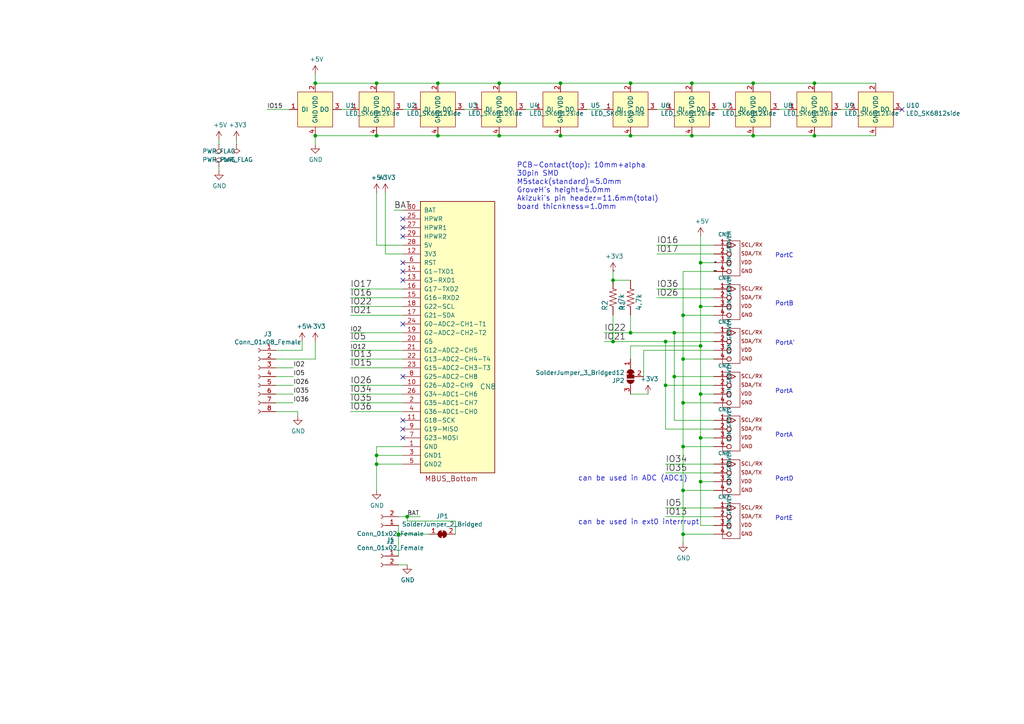
<source format=kicad_sch>
(kicad_sch (version 20211123) (generator eeschema)
  (paper "A4")
  (lib_symbols
    (symbol "Connector:Conn_01x02_Female" (pin_names (offset 1.016) hide)
      (property "Reference" "J" (at 0 2.54 0))
      (property "Value" "Conn_01x02_Female" (at 0 -5.08 0))
      (symbol "Conn_01x02_Female_1_1"
        (arc (start 0 -2.032) (mid -0.508 -2.54) (end 0 -3.048) (stroke (width 0.1524)))
        (polyline (pts (xy -1.27 -2.54) (xy -0.508 -2.54)) (stroke (width 0.1524)))
        (polyline (pts (xy -1.27 0) (xy -0.508 0)) (stroke (width 0.1524)))
        (arc (start 0 0.508) (mid -0.508 0) (end 0 -0.508) (stroke (width 0.1524)))
        (pin passive line (at -5.08 0 0) (length 3.81) (name "Pin_1") (number "1"))
        (pin passive line (at -5.08 -2.54 0) (length 3.81) (name "Pin_2") (number "2"))
      )
    )
    (symbol "Connector:Conn_01x08_Female" (pin_names (offset 1.016) hide)
      (property "Reference" "J" (at 0 10.16 0))
      (property "Value" "Conn_01x08_Female" (at 0 -12.7 0))
      (symbol "Conn_01x08_Female_1_1"
        (arc (start 0 -9.652) (mid -0.508 -10.16) (end 0 -10.668) (stroke (width 0.1524)))
        (arc (start 0 -7.112) (mid -0.508 -7.62) (end 0 -8.128) (stroke (width 0.1524)))
        (arc (start 0 -4.572) (mid -0.508 -5.08) (end 0 -5.588) (stroke (width 0.1524)))
        (arc (start 0 -2.032) (mid -0.508 -2.54) (end 0 -3.048) (stroke (width 0.1524)))
        (polyline (pts (xy -1.27 -10.16) (xy -0.508 -10.16)) (stroke (width 0.1524)))
        (polyline (pts (xy -1.27 -7.62) (xy -0.508 -7.62)) (stroke (width 0.1524)))
        (polyline (pts (xy -1.27 -5.08) (xy -0.508 -5.08)) (stroke (width 0.1524)))
        (polyline (pts (xy -1.27 -2.54) (xy -0.508 -2.54)) (stroke (width 0.1524)))
        (polyline (pts (xy -1.27 0) (xy -0.508 0)) (stroke (width 0.1524)))
        (polyline (pts (xy -1.27 2.54) (xy -0.508 2.54)) (stroke (width 0.1524)))
        (polyline (pts (xy -1.27 5.08) (xy -0.508 5.08)) (stroke (width 0.1524)))
        (polyline (pts (xy -1.27 7.62) (xy -0.508 7.62)) (stroke (width 0.1524)))
        (arc (start 0 0.508) (mid -0.508 0) (end 0 -0.508) (stroke (width 0.1524)))
        (arc (start 0 3.048) (mid -0.508 2.54) (end 0 2.032) (stroke (width 0.1524)))
        (arc (start 0 5.588) (mid -0.508 5.08) (end 0 4.572) (stroke (width 0.1524)))
        (arc (start 0 8.128) (mid -0.508 7.62) (end 0 7.112) (stroke (width 0.1524)))
        (pin passive line (at -5.08 7.62 0) (length 3.81) (name "Pin_1") (number "1"))
        (pin passive line (at -5.08 5.08 0) (length 3.81) (name "Pin_2") (number "2"))
        (pin passive line (at -5.08 2.54 0) (length 3.81) (name "Pin_3") (number "3"))
        (pin passive line (at -5.08 0 0) (length 3.81) (name "Pin_4") (number "4"))
        (pin passive line (at -5.08 -2.54 0) (length 3.81) (name "Pin_5") (number "5"))
        (pin passive line (at -5.08 -5.08 0) (length 3.81) (name "Pin_6") (number "6"))
        (pin passive line (at -5.08 -7.62 0) (length 3.81) (name "Pin_7") (number "7"))
        (pin passive line (at -5.08 -10.16 0) (length 3.81) (name "Pin_8") (number "8"))
      )
    )
    (symbol "Jumper:SolderJumper_2_Bridged" (pin_names (offset 0) hide)
      (property "Reference" "JP" (at 0 2.032 0))
      (property "Value" "SolderJumper_2_Bridged" (at 0 -2.54 0))
      (symbol "SolderJumper_2_Bridged_0_1"
        (rectangle (start -0.508 0.508) (end 0.508 -0.508) (fill (type outline)))
        (arc (start -0.254 1.016) (mid -1.27 0) (end -0.254 -1.016))
        (arc (start -0.254 1.016) (mid -1.27 0) (end -0.254 -1.016) (fill (type outline)))
        (polyline (pts (xy -0.254 1.016) (xy -0.254 -1.016)))
        (polyline (pts (xy 0.254 1.016) (xy 0.254 -1.016)))
        (arc (start 0.254 -1.016) (mid 1.27 0) (end 0.254 1.016))
        (arc (start 0.254 -1.016) (mid 1.27 0) (end 0.254 1.016) (fill (type outline)))
      )
      (symbol "SolderJumper_2_Bridged_1_1"
        (pin passive line (at -3.81 0 0) (length 2.54) (name "A") (number "1"))
        (pin passive line (at 3.81 0 180) (length 2.54) (name "B") (number "2"))
      )
    )
    (symbol "Jumper:SolderJumper_3_Bridged12" (pin_names (offset 0) hide)
      (property "Reference" "JP" (at -2.54 -2.54 0))
      (property "Value" "SolderJumper_3_Bridged12" (at 0 2.794 0))
      (symbol "SolderJumper_3_Bridged12_0_1"
        (rectangle (start -1.016 0.508) (end -0.508 -0.508) (fill (type outline)))
        (arc (start -1.016 1.016) (mid -2.032 0) (end -1.016 -1.016))
        (arc (start -1.016 1.016) (mid -2.032 0) (end -1.016 -1.016) (fill (type outline)))
        (rectangle (start -0.508 1.016) (end 0.508 -1.016) (fill (type outline)))
        (polyline (pts (xy -2.54 0) (xy -2.032 0)))
        (polyline (pts (xy -1.016 1.016) (xy -1.016 -1.016)))
        (polyline (pts (xy 0 -1.27) (xy 0 -1.016)))
        (polyline (pts (xy 1.016 1.016) (xy 1.016 -1.016)))
        (polyline (pts (xy 2.54 0) (xy 2.032 0)))
        (arc (start 1.016 -1.016) (mid 2.032 0) (end 1.016 1.016))
        (arc (start 1.016 -1.016) (mid 2.032 0) (end 1.016 1.016) (fill (type outline)))
      )
      (symbol "SolderJumper_3_Bridged12_1_1"
        (pin passive line (at -5.08 0 0) (length 2.54) (name "A") (number "1"))
        (pin input line (at 0 -3.81 90) (length 2.54) (name "C") (number "2"))
        (pin passive line (at 5.08 0 180) (length 2.54) (name "B") (number "3"))
      )
    )
    (symbol "M5Core2BaseLite-rescue:CON_GROVEH-M5GObase_sub-eagle-import-M5GOBaseLite-rescue" (pin_names (offset 1.016))
      (property "Reference" "CN" (at 0 3.81 0))
      (property "Value" "M5Core2BaseLite-rescue_CON_GROVEH-M5GObase_sub-eagle-import-M5GOBaseLite-rescue" (at 3.81 -5.08 90))
      (symbol "CON_GROVEH-M5GObase_sub-eagle-import-M5GOBaseLite-rescue_1_0"
        (polyline (pts (xy 0 -6.35) (xy 0 3.81)))
        (polyline (pts (xy 0 3.81) (xy 5.08 3.81)))
        (polyline (pts (xy 5.08 -6.35) (xy 0 -6.35)))
        (polyline (pts (xy 5.08 3.81) (xy 5.08 -6.35)))
        (text "GND" (at 5.334 -5.588 0) (effects (font (size 1.0668 1.0668)) (justify left bottom)))
        (text "SCL/RX" (at 5.334 2.032 0) (effects (font (size 1.0668 1.0668)) (justify left bottom)))
        (text "SDA/TX" (at 5.334 -0.508 0) (effects (font (size 1.0668 1.0668)) (justify left bottom)))
        (text "VDD" (at 5.334 -3.048 0) (effects (font (size 1.0668 1.0668)) (justify left bottom)))
        (pin bidirectional inverted_clock (at -2.54 2.54 0) (length 5.08) (name "1") (number "1"))
        (pin bidirectional inverted (at -2.54 0 0) (length 5.08) (name "2") (number "2"))
        (pin bidirectional inverted (at -2.54 -2.54 0) (length 5.08) (name "3") (number "3"))
        (pin bidirectional inverted (at -2.54 -5.08 0) (length 5.08) (name "4") (number "4"))
      )
    )
    (symbol "M5Core2BaseLite-rescue:CON_GROVEV-M5GObase_sub-eagle-import-M5GOBaseLite-rescue" (pin_names (offset 1.016))
      (property "Reference" "CN" (at 0 3.81 0))
      (property "Value" "M5Core2BaseLite-rescue_CON_GROVEV-M5GObase_sub-eagle-import-M5GOBaseLite-rescue" (at 3.81 -5.08 90))
      (symbol "CON_GROVEV-M5GObase_sub-eagle-import-M5GOBaseLite-rescue_1_0"
        (polyline (pts (xy 0 -6.35) (xy 0 3.81)))
        (polyline (pts (xy 0 3.81) (xy 5.08 3.81)))
        (polyline (pts (xy 5.08 -6.35) (xy 0 -6.35)))
        (polyline (pts (xy 5.08 3.81) (xy 5.08 -6.35)))
        (text "GND" (at 5.334 -5.588 0) (effects (font (size 1.0668 1.0668)) (justify left bottom)))
        (text "SCL/RX" (at 5.334 2.032 0) (effects (font (size 1.0668 1.0668)) (justify left bottom)))
        (text "SDA/TX" (at 5.334 -0.508 0) (effects (font (size 1.0668 1.0668)) (justify left bottom)))
        (text "VDD" (at 5.334 -3.048 0) (effects (font (size 1.0668 1.0668)) (justify left bottom)))
        (pin bidirectional inverted_clock (at -2.54 2.54 0) (length 5.08) (name "1") (number "1"))
        (pin bidirectional inverted (at -2.54 0 0) (length 5.08) (name "2") (number "2"))
        (pin bidirectional inverted (at -2.54 -2.54 0) (length 5.08) (name "3") (number "3"))
        (pin bidirectional inverted (at -2.54 -5.08 0) (length 5.08) (name "4") (number "4"))
      )
    )
    (symbol "M5Core2BaseLite-rescue:RES0603-M5GObase_sub-eagle-import-M5GOBaseLite-rescue" (pin_names (offset 1.016))
      (property "Reference" "R" (at -3.81 1.4986 0))
      (property "Value" "M5Core2BaseLite-rescue_RES0603-M5GObase_sub-eagle-import-M5GOBaseLite-rescue" (at -3.81 -3.302 0))
      (symbol "RES0603-M5GObase_sub-eagle-import-M5GOBaseLite-rescue_1_0"
        (polyline (pts (xy -2.54 0) (xy -2.159 1.016)))
        (polyline (pts (xy -2.159 1.016) (xy -1.524 -1.016)))
        (polyline (pts (xy -1.524 -1.016) (xy -0.889 1.016)))
        (polyline (pts (xy -0.889 1.016) (xy -0.254 -1.016)))
        (polyline (pts (xy -0.254 -1.016) (xy 0.381 1.016)))
        (polyline (pts (xy 0.381 1.016) (xy 1.016 -1.016)))
        (polyline (pts (xy 1.016 -1.016) (xy 1.651 1.016)))
        (polyline (pts (xy 1.651 1.016) (xy 2.286 -1.016)))
        (polyline (pts (xy 2.286 -1.016) (xy 2.54 0)))
        (pin passive line (at -5.08 0 0) (length 2.54) (name "1") (number "1"))
        (pin passive line (at 5.08 0 180) (length 2.54) (name "2") (number "2"))
      )
    )
    (symbol "akita:LED_SK6812side" (pin_names (offset 1.016))
      (property "Reference" "D" (at 2.54 6.35 0))
      (property "Value" "LED_SK6812side" (at 8.89 -6.35 0))
      (symbol "LED_SK6812side_0_1"
        (rectangle (start -5.08 5.08) (end 5.08 -5.08) (fill (type background)))
      )
      (symbol "LED_SK6812side_1_1"
        (pin input line (at -7.62 0 0) (length 2.54) (name "DI") (number "1"))
        (pin power_in line (at 0 7.62 270) (length 2.54) (name "VDD") (number "2"))
        (pin output line (at 7.62 0 180) (length 2.54) (name "DO") (number "3"))
        (pin power_in line (at 0 -7.62 90) (length 2.54) (name "GND") (number "4"))
      )
    )
    (symbol "akita:MBUS_bottom" (pin_names (offset 1.016))
      (property "Reference" "CN" (at -11.43 35.56 0))
      (symbol "MBUS_bottom_1_0"
        (rectangle (start -11.43 35.56) (end 10.16 -43.18) (stroke (width 0.2032)) (fill (type background)))
        (text "MBUS_Bottom" (at -10.16 -45.72 0) (effects (font (size 1.4986 1.4986)) (justify left bottom)))
        (pin bidirectional line (at -16.51 -35.56 0) (length 5.08) (name "GND") (number "1"))
        (pin bidirectional line (at -16.51 -17.78 0) (length 5.08) (name "G26-AD2-CH9") (number "10"))
        (pin bidirectional line (at -16.51 -27.94 0) (length 5.08) (name "G18-SCK") (number "11"))
        (pin bidirectional line (at -16.51 20.32 0) (length 5.08) (name "3V3") (number "12"))
        (pin bidirectional line (at -16.51 12.7 0) (length 5.08) (name "G3-RXD1") (number "13"))
        (pin bidirectional line (at -16.51 15.24 0) (length 5.08) (name "G1-TXD1") (number "14"))
        (pin bidirectional line (at -16.51 7.62 0) (length 5.08) (name "G16-RXD2") (number "15"))
        (pin bidirectional line (at -16.51 10.16 0) (length 5.08) (name "G17-TXD2") (number "16"))
        (pin bidirectional line (at -16.51 2.54 0) (length 5.08) (name "G21-SDA") (number "17"))
        (pin bidirectional line (at -16.51 5.08 0) (length 5.08) (name "G22-SCL") (number "18"))
        (pin bidirectional line (at -16.51 -2.54 0) (length 5.08) (name "G2-ADC2-CH2-T2") (number "19"))
        (pin bidirectional line (at -16.51 -22.86 0) (length 5.08) (name "G35-ADC1-CH7") (number "2"))
        (pin bidirectional line (at -16.51 -5.08 0) (length 5.08) (name "G5") (number "20"))
        (pin bidirectional line (at -16.51 -7.62 0) (length 5.08) (name "G12-ADC2-CH5") (number "21"))
        (pin bidirectional line (at -16.51 -10.16 0) (length 5.08) (name "G13-ADC2-CH4-T4") (number "22"))
        (pin bidirectional line (at -16.51 -12.7 0) (length 5.08) (name "G15-ADC2-CH3-T3") (number "23"))
        (pin bidirectional line (at -16.51 0 0) (length 5.08) (name "G0-ADC2-CH1-T1") (number "24"))
        (pin bidirectional line (at -16.51 30.48 0) (length 5.08) (name "HPWR") (number "25"))
        (pin bidirectional line (at -16.51 -20.32 0) (length 5.08) (name "G34-ADC1-CH6") (number "26"))
        (pin bidirectional line (at -16.51 27.94 0) (length 5.08) (name "HPWR1") (number "27"))
        (pin bidirectional line (at -16.51 22.86 0) (length 5.08) (name "5V") (number "28"))
        (pin bidirectional line (at -16.51 25.4 0) (length 5.08) (name "HPWR2") (number "29"))
        (pin bidirectional line (at -16.51 -38.1 0) (length 5.08) (name "GND1") (number "3"))
        (pin bidirectional line (at -16.51 33.02 0) (length 5.08) (name "BAT") (number "30"))
        (pin bidirectional line (at -16.51 -25.4 0) (length 5.08) (name "G36-ADC1-CH0") (number "4"))
        (pin bidirectional line (at -16.51 -40.64 0) (length 5.08) (name "GND2") (number "5"))
        (pin bidirectional line (at -16.51 17.78 0) (length 5.08) (name "RST") (number "6"))
        (pin bidirectional line (at -16.51 -33.02 0) (length 5.08) (name "G23-MOSI") (number "7"))
        (pin bidirectional line (at -16.51 -15.24 0) (length 5.08) (name "G25-ADC2-CH8") (number "8"))
        (pin bidirectional line (at -16.51 -30.48 0) (length 5.08) (name "G19-MISO") (number "9"))
      )
    )
    (symbol "power:+3.3V" (power) (pin_names (offset 0))
      (property "Value" "+3.3V" (at 0 3.556 0))
      (symbol "+3.3V_0_1"
        (polyline (pts (xy -0.762 1.27) (xy 0 2.54)))
        (polyline (pts (xy 0 0) (xy 0 2.54)))
        (polyline (pts (xy 0 2.54) (xy 0.762 1.27)))
      )
      (symbol "+3.3V_1_1"
        (pin power_in line (at 0 0 90) (length 0) hide (name "+3V3") (number "1"))
      )
    )
    (symbol "power:+5V" (power) (pin_names (offset 0))
      (property "Value" "+5V" (at 0 3.556 0))
      (symbol "+5V_0_1"
        (polyline (pts (xy -0.762 1.27) (xy 0 2.54)))
        (polyline (pts (xy 0 0) (xy 0 2.54)))
        (polyline (pts (xy 0 2.54) (xy 0.762 1.27)))
      )
      (symbol "+5V_1_1"
        (pin power_in line (at 0 0 90) (length 0) hide (name "+5V") (number "1"))
      )
    )
    (symbol "power:GND" (power) (pin_names (offset 0))
      (property "Value" "GND" (at 0 -3.81 0))
      (symbol "GND_0_1"
        (polyline (pts (xy 0 0) (xy 0 -1.27) (xy 1.27 -1.27) (xy 0 -2.54) (xy -1.27 -1.27) (xy 0 -1.27)))
      )
      (symbol "GND_1_1"
        (pin power_in line (at 0 0 270) (length 0) hide (name "GND") (number "1"))
      )
    )
    (symbol "power:PWR_FLAG" (power) (pin_numbers hide) (pin_names (offset 0) hide)
      (property "Value" "PWR_FLAG" (at 0 3.81 0))
      (symbol "PWR_FLAG_0_0"
        (pin power_out line (at 0 0 90) (length 0) (name "pwr") (number "1"))
      )
      (symbol "PWR_FLAG_0_1"
        (polyline (pts (xy 0 0) (xy 0 1.27) (xy -1.016 1.905) (xy 0 2.54) (xy 1.016 1.905) (xy 0 1.27)))
      )
    )
  )
  (junction (at 236.22 39.37))
  (junction (at 195.58 96.52))
  (junction (at 193.04 99.06))
  (junction (at 203.2 76.2))
  (junction (at 203.2 139.7))
  (junction (at 198.12 91.44))
  (junction (at 198.12 142.24))
  (junction (at 182.88 96.52))
  (junction (at 162.56 39.37))
  (junction (at 200.66 39.37))
  (junction (at 115.57 154.94))
  (junction (at 236.22 24.13))
  (junction (at 198.12 129.54))
  (junction (at 203.2 100.33))
  (junction (at 109.22 132.08))
  (junction (at 109.22 39.37))
  (junction (at 218.44 39.37))
  (junction (at 198.12 104.14))
  (junction (at 91.44 24.13))
  (junction (at 177.8 99.06))
  (junction (at 144.78 39.37))
  (junction (at 182.88 39.37))
  (junction (at 193.04 111.76))
  (junction (at 118.11 149.86))
  (junction (at 198.12 116.84))
  (junction (at 203.2 127))
  (junction (at 177.8 81.28))
  (junction (at 162.56 24.13))
  (junction (at 127 39.37))
  (junction (at 182.88 24.13))
  (junction (at 109.22 134.62))
  (junction (at 198.12 154.94))
  (junction (at 195.58 109.22))
  (junction (at 203.2 114.3))
  (junction (at 127 24.13))
  (junction (at 200.66 24.13))
  (junction (at 203.2 88.9))
  (junction (at 144.78 24.13))
  (junction (at 91.44 39.37))
  (junction (at 218.44 24.13))
  (junction (at 109.22 24.13))
  (no_connect (at 116.84 63.5))
  (no_connect (at 116.84 66.04))
  (no_connect (at 116.84 109.22))
  (no_connect (at 116.84 121.92))
  (no_connect (at 116.84 93.98))
  (no_connect (at 116.84 124.46))
  (no_connect (at 116.84 81.28))
  (no_connect (at 116.84 127))
  (no_connect (at 116.84 76.2))
  (no_connect (at 261.62 31.75))
  (no_connect (at 116.84 68.58))
  (no_connect (at 116.84 78.74))
  (wire (pts (xy 198.12 91.44) (xy 198.12 104.14)))
  (wire (pts (xy 127 39.37) (xy 144.78 39.37)))
  (wire (pts (xy 116.84 101.6) (xy 101.6 101.6)))
  (wire (pts (xy 80.01 106.68) (xy 85.09 106.68)))
  (wire (pts (xy 207.01 83.82) (xy 190.5 83.82)))
  (wire (pts (xy 116.84 71.12) (xy 109.22 71.12)))
  (wire (pts (xy 109.22 24.13) (xy 127 24.13)))
  (wire (pts (xy 226.06 31.75) (xy 228.6 31.75)))
  (wire (pts (xy 207.01 139.7) (xy 203.2 139.7)))
  (wire (pts (xy 152.4 31.75) (xy 154.94 31.75)))
  (wire (pts (xy 116.84 134.62) (xy 109.22 134.62)))
  (wire (pts (xy 203.2 88.9) (xy 203.2 76.2)))
  (wire (pts (xy 118.11 151.13) (xy 132.08 151.13)))
  (wire (pts (xy 99.06 31.75) (xy 101.6 31.75)))
  (wire (pts (xy 177.8 99.06) (xy 175.26 99.06)))
  (wire (pts (xy 207.01 149.86) (xy 193.04 149.86)))
  (wire (pts (xy 116.84 31.75) (xy 119.38 31.75)))
  (wire (pts (xy 63.5 48.26) (xy 63.5 49.53)))
  (wire (pts (xy 207.01 86.36) (xy 190.5 86.36)))
  (wire (pts (xy 116.84 60.96) (xy 114.3 60.96)))
  (wire (pts (xy 80.01 101.6) (xy 87.63 101.6)))
  (wire (pts (xy 116.84 99.06) (xy 101.6 99.06)))
  (wire (pts (xy 80.01 109.22) (xy 85.09 109.22)))
  (wire (pts (xy 198.12 116.84) (xy 198.12 129.54)))
  (wire (pts (xy 207.01 104.14) (xy 198.12 104.14)))
  (wire (pts (xy 68.58 40.64) (xy 68.58 41.91)))
  (wire (pts (xy 207.01 73.66) (xy 190.5 73.66)))
  (wire (pts (xy 195.58 96.52) (xy 182.88 96.52)))
  (wire (pts (xy 207.01 71.12) (xy 190.5 71.12)))
  (wire (pts (xy 182.88 24.13) (xy 200.66 24.13)))
  (wire (pts (xy 80.01 119.38) (xy 86.36 119.38)))
  (wire (pts (xy 208.28 31.75) (xy 210.82 31.75)))
  (wire (pts (xy 101.6 88.9) (xy 116.84 88.9)))
  (wire (pts (xy 207.01 78.74) (xy 198.12 78.74)))
  (wire (pts (xy 207.01 99.06) (xy 193.04 99.06)))
  (wire (pts (xy 207.01 137.16) (xy 193.04 137.16)))
  (wire (pts (xy 118.11 149.86) (xy 121.92 149.86)))
  (wire (pts (xy 193.04 124.46) (xy 193.04 111.76)))
  (wire (pts (xy 203.2 100.33) (xy 203.2 114.3)))
  (wire (pts (xy 101.6 91.44) (xy 116.84 91.44)))
  (wire (pts (xy 207.01 88.9) (xy 203.2 88.9)))
  (wire (pts (xy 109.22 39.37) (xy 127 39.37)))
  (wire (pts (xy 198.12 142.24) (xy 198.12 154.94)))
  (wire (pts (xy 80.01 111.76) (xy 85.09 111.76)))
  (wire (pts (xy 116.84 83.82) (xy 101.6 83.82)))
  (wire (pts (xy 207.01 101.6) (xy 186.69 101.6)))
  (wire (pts (xy 195.58 121.92) (xy 195.58 109.22)))
  (wire (pts (xy 195.58 109.22) (xy 195.58 96.52)))
  (wire (pts (xy 193.04 111.76) (xy 193.04 99.06)))
  (wire (pts (xy 207.01 154.94) (xy 198.12 154.94)))
  (wire (pts (xy 203.2 76.2) (xy 203.2 68.58)))
  (wire (pts (xy 87.63 101.6) (xy 87.63 99.06)))
  (wire (pts (xy 207.01 129.54) (xy 198.12 129.54)))
  (wire (pts (xy 207.01 76.2) (xy 203.2 76.2)))
  (wire (pts (xy 218.44 24.13) (xy 236.22 24.13)))
  (wire (pts (xy 203.2 139.7) (xy 203.2 127)))
  (wire (pts (xy 236.22 39.37) (xy 254 39.37)))
  (wire (pts (xy 203.2 127) (xy 203.2 114.3)))
  (wire (pts (xy 118.11 149.86) (xy 118.11 151.13)))
  (wire (pts (xy 207.01 111.76) (xy 193.04 111.76)))
  (wire (pts (xy 132.08 151.13) (xy 132.08 154.94)))
  (wire (pts (xy 177.8 91.44) (xy 177.8 99.06)))
  (wire (pts (xy 207.01 142.24) (xy 198.12 142.24)))
  (wire (pts (xy 111.76 55.88) (xy 111.76 73.66)))
  (wire (pts (xy 109.22 132.08) (xy 116.84 132.08)))
  (wire (pts (xy 203.2 152.4) (xy 203.2 139.7)))
  (wire (pts (xy 101.6 86.36) (xy 116.84 86.36)))
  (wire (pts (xy 91.44 39.37) (xy 91.44 41.91)))
  (wire (pts (xy 86.36 119.38) (xy 86.36 120.65)))
  (wire (pts (xy 170.18 31.75) (xy 175.26 31.75)))
  (wire (pts (xy 80.01 116.84) (xy 85.09 116.84)))
  (wire (pts (xy 207.01 124.46) (xy 193.04 124.46)))
  (wire (pts (xy 116.84 104.14) (xy 101.6 104.14)))
  (wire (pts (xy 182.88 96.52) (xy 175.26 96.52)))
  (wire (pts (xy 182.88 100.33) (xy 203.2 100.33)))
  (wire (pts (xy 109.22 132.08) (xy 109.22 129.54)))
  (wire (pts (xy 198.12 129.54) (xy 198.12 142.24)))
  (wire (pts (xy 109.22 134.62) (xy 109.22 132.08)))
  (wire (pts (xy 124.46 154.94) (xy 115.57 154.94)))
  (wire (pts (xy 207.01 116.84) (xy 198.12 116.84)))
  (wire (pts (xy 83.82 31.75) (xy 77.47 31.75)))
  (wire (pts (xy 80.01 114.3) (xy 85.09 114.3)))
  (wire (pts (xy 207.01 109.22) (xy 195.58 109.22)))
  (wire (pts (xy 198.12 104.14) (xy 198.12 116.84)))
  (wire (pts (xy 91.44 104.14) (xy 91.44 99.06)))
  (wire (pts (xy 207.01 147.32) (xy 193.04 147.32)))
  (wire (pts (xy 115.57 152.4) (xy 115.57 154.94)))
  (wire (pts (xy 193.04 99.06) (xy 177.8 99.06)))
  (wire (pts (xy 80.01 104.14) (xy 91.44 104.14)))
  (wire (pts (xy 91.44 21.59) (xy 91.44 24.13)))
  (wire (pts (xy 182.88 104.14) (xy 182.88 100.33)))
  (wire (pts (xy 198.12 154.94) (xy 198.12 157.48)))
  (wire (pts (xy 115.57 163.83) (xy 118.11 163.83)))
  (wire (pts (xy 200.66 24.13) (xy 218.44 24.13)))
  (wire (pts (xy 177.8 81.28) (xy 182.88 81.28)))
  (wire (pts (xy 182.88 114.3) (xy 187.96 114.3)))
  (wire (pts (xy 243.84 31.75) (xy 246.38 31.75)))
  (wire (pts (xy 207.01 127) (xy 203.2 127)))
  (wire (pts (xy 207.01 121.92) (xy 195.58 121.92)))
  (wire (pts (xy 101.6 106.68) (xy 116.84 106.68)))
  (wire (pts (xy 203.2 88.9) (xy 203.2 100.33)))
  (wire (pts (xy 182.88 91.44) (xy 182.88 96.52)))
  (wire (pts (xy 109.22 142.24) (xy 109.22 134.62)))
  (wire (pts (xy 207.01 96.52) (xy 195.58 96.52)))
  (wire (pts (xy 63.5 40.64) (xy 63.5 41.91)))
  (wire (pts (xy 101.6 116.84) (xy 116.84 116.84)))
  (wire (pts (xy 134.62 31.75) (xy 137.16 31.75)))
  (wire (pts (xy 111.76 73.66) (xy 116.84 73.66)))
  (wire (pts (xy 116.84 114.3) (xy 101.6 114.3)))
  (wire (pts (xy 116.84 119.38) (xy 101.6 119.38)))
  (wire (pts (xy 162.56 24.13) (xy 182.88 24.13)))
  (wire (pts (xy 144.78 24.13) (xy 162.56 24.13)))
  (wire (pts (xy 207.01 134.62) (xy 193.04 134.62)))
  (wire (pts (xy 116.84 129.54) (xy 109.22 129.54)))
  (wire (pts (xy 198.12 78.74) (xy 198.12 91.44)))
  (wire (pts (xy 218.44 39.37) (xy 236.22 39.37)))
  (wire (pts (xy 177.8 78.74) (xy 177.8 81.28)))
  (wire (pts (xy 182.88 39.37) (xy 200.66 39.37)))
  (wire (pts (xy 115.57 149.86) (xy 118.11 149.86)))
  (wire (pts (xy 116.84 96.52) (xy 101.6 96.52)))
  (wire (pts (xy 91.44 24.13) (xy 109.22 24.13)))
  (wire (pts (xy 91.44 39.37) (xy 109.22 39.37)))
  (wire (pts (xy 186.69 101.6) (xy 186.69 109.22)))
  (wire (pts (xy 144.78 39.37) (xy 162.56 39.37)))
  (wire (pts (xy 207.01 91.44) (xy 198.12 91.44)))
  (wire (pts (xy 101.6 111.76) (xy 116.84 111.76)))
  (wire (pts (xy 207.01 114.3) (xy 203.2 114.3)))
  (wire (pts (xy 127 24.13) (xy 144.78 24.13)))
  (wire (pts (xy 200.66 39.37) (xy 218.44 39.37)))
  (wire (pts (xy 236.22 24.13) (xy 254 24.13)))
  (wire (pts (xy 115.57 154.94) (xy 115.57 161.29)))
  (wire (pts (xy 207.01 152.4) (xy 203.2 152.4)))
  (wire (pts (xy 109.22 55.88) (xy 109.22 71.12)))
  (wire (pts (xy 190.5 31.75) (xy 193.04 31.75)))
  (wire (pts (xy 162.56 39.37) (xy 182.88 39.37)))
  (text "PortA" (at 224.79 114.3 0) (effects (font (size 1.27 1.27)) (justify left bottom)))
  (text "can be used in ADC (ADC1)" (at 167.64 139.7 0) (effects (font (size 1.4986 1.4986)) (justify left bottom)))
  (text "PortA" (at 224.79 127 0) (effects (font (size 1.27 1.27)) (justify left bottom)))
  (text "PCB-Contact(top): 10mm+alpha\n30pin SMD\nM5stack(standard)=5.0mm\nGroveH's height=5.0mm\nAkizuki's pin header=11.6mm(total)\nboard thicnkness=1.0mm" (at 149.86 60.96 0) (effects (font (size 1.4986 1.4986)) (justify left bottom)))
  (text "PortE" (at 224.79 151.13 0) (effects (font (size 1.27 1.27)) (justify left bottom)))
  (text "PortC" (at 224.79 74.93 0) (effects (font (size 1.27 1.27)) (justify left bottom)))
  (text "PortA'" (at 224.79 100.33 0) (effects (font (size 1.27 1.27)) (justify left bottom)))
  (text "PortB\n" (at 224.79 88.9 0) (effects (font (size 1.27 1.27)) (justify left bottom)))
  (text "can be used in ext0 interrrupt" (at 167.64 152.4 0) (effects (font (size 1.4986 1.4986)) (justify left bottom)))
  (text "PortD" (at 224.79 139.7 0) (effects (font (size 1.27 1.27)) (justify left bottom)))
  (label "IO26" (at 190.5 86.36 0) (effects (font (size 1.778 1.778))))
  (label "IO13" (at 101.6 104.14 0) (effects (font (size 1.778 1.778))))
  (label "IO2" (at 85.09 106.68 0))
  (label "+5V" (at 207.01 76.2 0) (effects (font (size 0.254 0.254))))
  (label "IO13" (at 193.04 149.86 0) (effects (font (size 1.778 1.778))))
  (label "IO5" (at 193.04 147.32 0) (effects (font (size 1.778 1.778))))
  (label "BAT" (at 114.3 60.96 0) (effects (font (size 1.778 1.778))))
  (label "IO22" (at 101.6 88.9 0) (effects (font (size 1.778 1.778))))
  (label "IO5" (at 101.6 99.06 0) (effects (font (size 1.778 1.778))))
  (label "GND" (at 207.01 78.74 0) (effects (font (size 0.254 0.254))))
  (label "IO21" (at 175.26 99.06 0) (effects (font (size 1.778 1.778))))
  (label "IO36" (at 190.5 83.82 0) (effects (font (size 1.778 1.778))))
  (label "BAT" (at 118.11 149.86 0))
  (label "IO34" (at 193.04 134.62 0) (effects (font (size 1.778 1.778))))
  (label "IO16" (at 101.6 86.36 0) (effects (font (size 1.778 1.778))))
  (label "IO22" (at 175.26 96.52 0) (effects (font (size 1.778 1.778))))
  (label "IO36" (at 85.09 116.84 0))
  (label "IO17" (at 190.5 73.66 0) (effects (font (size 1.778 1.778))))
  (label "IO15" (at 77.47 31.75 0))
  (label "IO17" (at 101.6 83.82 0) (effects (font (size 1.778 1.778))))
  (label "IO35" (at 101.6 116.84 0) (effects (font (size 1.778 1.778))))
  (label "IO26" (at 85.09 111.76 0))
  (label "IO26" (at 101.6 111.76 0) (effects (font (size 1.778 1.778))))
  (label "IO34" (at 101.6 114.3 0) (effects (font (size 1.778 1.778))))
  (label "IO16" (at 190.5 71.12 0) (effects (font (size 1.778 1.778))))
  (label "IO35" (at 85.09 114.3 0))
  (label "V+" (at 177.8 78.74 0) (effects (font (size 0.254 0.254))))
  (label "IO12" (at 101.6 101.6 0))
  (label "IO5" (at 85.09 109.22 0))
  (label "IO21" (at 101.6 91.44 0) (effects (font (size 1.778 1.778))))
  (label "IO35" (at 193.04 137.16 0) (effects (font (size 1.778 1.778))))
  (label "IO15" (at 101.6 106.68 0) (effects (font (size 1.778 1.778))))
  (label "IO36" (at 101.6 119.38 0) (effects (font (size 1.778 1.778))))
  (label "IO2" (at 101.6 96.52 0))
  (symbol (lib_id "M5Core2BaseLite-rescue:RES0603-M5GObase_sub-eagle-import-M5GOBaseLite-rescue") (at 177.8 86.36 90) (unit 1)
    (property "Reference" "R2" (at 176.3014 90.17 0) (effects (font (size 1.4986 1.4986)) (justify left bottom)))
    (property "Value" "4.7k" (at 181.102 90.17 0) (effects (font (size 1.4986 1.4986)) (justify left bottom)))
    (property "Footprint" "M5GObase_sub:0603" (effects hide))
  )
  (symbol (lib_id "M5Core2BaseLite-rescue:CON_GROVEH-M5GObase_sub-eagle-import-M5GOBaseLite-rescue") (at 209.55 86.36 0) (unit 1)
    (property "Reference" "CN4" (at 208.28 81.28 0) (effects (font (size 1.0668 1.0668)) (justify left bottom)))
    (property "Value" "CON_GROVEH" (at 212.09 90.17 90) (effects (font (size 1.0668 1.0668)) (justify left bottom)))
    (property "Footprint" "M5GObase_sub:CON_GROVE_H" (effects hide))
  )
  (symbol (lib_id "M5Core2BaseLite-rescue:CON_GROVEH-M5GObase_sub-eagle-import-M5GOBaseLite-rescue") (at 209.55 73.66 0) (unit 1)
    (property "Reference" "CN5" (at 208.28 68.58 0) (effects (font (size 1.0668 1.0668)) (justify left bottom)))
    (property "Value" "CON_GROVEH" (at 212.09 77.47 90) (effects (font (size 1.0668 1.0668)) (justify left bottom)))
    (property "Footprint" "M5GObase_sub:CON_GROVE_H" (effects hide))
  )
  (symbol (lib_id "M5Core2BaseLite-rescue:CON_GROVEV-M5GObase_sub-eagle-import-M5GOBaseLite-rescue") (at 209.55 124.46 0) (unit 1)
    (property "Reference" "CN1" (at 208.28 119.38 0) (effects (font (size 1.0668 1.0668)) (justify left bottom)))
    (property "Value" "CON_GROVEV" (at 212.09 128.27 90) (effects (font (size 1.0668 1.0668)) (justify left bottom)))
    (property "Footprint" "M5GObase_sub:CON_GROVE_V" (effects hide))
  )
  (symbol (lib_id "Connector:Conn_01x02_Female") (at 110.49 152.4 180) (unit 1)
    (property "Reference" "J2" (at 113.2332 157.099 0))
    (property "Value" "Conn_01x02_Female" (at 113.2332 154.7876 0))
    (property "Footprint" "Connector_PinHeader_2.54mm:PinHeader_1x02_P2.54mm_Horizontal" (effects hide))
  )
  (symbol (lib_id "akita:MBUS_bottom") (at 133.35 93.98 0) (unit 1)
    (property "Reference" "CN8" (at 139.1412 112.141 0) (effects (font (size 1.4986 1.4986)) (justify left)))
    (property "Value" "MBUS_bottom" (effects hide))
    (property "Footprint" "Connector_PinSocket_2.54mm:PinSocket_2x15_P2.54mm_Vertical_SMD" (effects hide))
  )
  (symbol (lib_id "Connector:Conn_01x08_Female") (at 74.93 109.22 0) (mirror y) (unit 1)
    (property "Reference" "J3" (at 77.6732 96.901 0))
    (property "Value" "Conn_01x08_Female" (at 77.6732 99.2124 0))
    (property "Footprint" "Connector_PinSocket_2.54mm:PinSocket_1x08_P2.54mm_Horizontal" (effects hide))
  )
  (symbol (lib_id "power:GND") (at 86.36 120.65 0) (unit 1)
    (property "Reference" "#PWR0113" (effects hide))
    (property "Value" "GND" (at 86.487 125.0442 0))
  )
  (symbol (lib_id "power:+5V") (at 87.63 99.06 0) (unit 1)
    (property "Reference" "#PWR0114" (effects hide))
    (property "Value" "+5V" (at 88.011 94.6658 0))
  )
  (symbol (lib_id "power:+3.3V") (at 91.44 99.06 0) (unit 1)
    (property "Reference" "#PWR0115" (effects hide))
    (property "Value" "+3.3V" (at 91.821 94.6658 0))
  )
  (symbol (lib_id "Connector:Conn_01x02_Female") (at 110.49 161.29 0) (mirror y) (unit 1)
    (property "Reference" "J1" (at 113.2332 156.591 0))
    (property "Value" "Conn_01x02_Female" (at 113.2332 158.9024 0))
    (property "Footprint" "Connector_JST:JST_PH_S2B-PH-K_1x02_P2.00mm_Horizontal" (effects hide))
  )
  (symbol (lib_id "power:+3.3V") (at 111.76 55.88 0) (unit 1)
    (property "Reference" "#PWR0101" (effects hide))
    (property "Value" "+3.3V" (at 112.141 51.4858 0))
  )
  (symbol (lib_id "power:+5V") (at 109.22 55.88 0) (unit 1)
    (property "Reference" "#PWR0102" (effects hide))
    (property "Value" "+5V" (at 109.601 51.4858 0))
  )
  (symbol (lib_id "power:GND") (at 109.22 142.24 0) (unit 1)
    (property "Reference" "#PWR0103" (effects hide))
    (property "Value" "GND" (at 109.347 146.6342 0))
  )
  (symbol (lib_id "power:GND") (at 198.12 157.48 0) (unit 1)
    (property "Reference" "#PWR0104" (effects hide))
    (property "Value" "GND" (at 198.247 161.8742 0))
  )
  (symbol (lib_id "power:GND") (at 91.44 41.91 0) (unit 1)
    (property "Reference" "#PWR0105" (effects hide))
    (property "Value" "GND" (at 91.567 46.3042 0))
  )
  (symbol (lib_id "power:+5V") (at 91.44 21.59 0) (unit 1)
    (property "Reference" "#PWR0106" (effects hide))
    (property "Value" "+5V" (at 91.821 17.1958 0))
  )
  (symbol (lib_id "power:+5V") (at 203.2 68.58 0) (unit 1)
    (property "Reference" "#PWR0107" (effects hide))
    (property "Value" "+5V" (at 203.581 64.1858 0))
  )
  (symbol (lib_id "power:+3.3V") (at 177.8 78.74 0) (unit 1)
    (property "Reference" "#PWR0108" (effects hide))
    (property "Value" "+3.3V" (at 178.181 74.3458 0))
  )
  (symbol (lib_id "power:GND") (at 118.11 163.83 0) (unit 1)
    (property "Reference" "#PWR0109" (effects hide))
    (property "Value" "GND" (at 118.237 168.2242 0))
  )
  (symbol (lib_id "power:+5V") (at 63.5 40.64 0) (unit 1)
    (property "Reference" "#PWR0110" (effects hide))
    (property "Value" "+5V" (at 63.881 36.2458 0))
  )
  (symbol (lib_id "power:GND") (at 63.5 49.53 0) (unit 1)
    (property "Reference" "#PWR0111" (effects hide))
    (property "Value" "GND" (at 63.627 53.9242 0))
  )
  (symbol (lib_id "power:PWR_FLAG") (at 63.5 48.26 0) (unit 1)
    (property "Reference" "#FLG0101" (effects hide))
    (property "Value" "PWR_FLAG" (at 63.5 43.8658 0))
  )
  (symbol (lib_id "power:PWR_FLAG") (at 63.5 41.91 180) (unit 1)
    (property "Reference" "#FLG0102" (effects hide))
    (property "Value" "PWR_FLAG" (at 63.5 46.3042 0))
  )
  (symbol (lib_id "power:PWR_FLAG") (at 68.58 41.91 180) (unit 1)
    (property "Reference" "#FLG0103" (effects hide))
    (property "Value" "PWR_FLAG" (at 68.58 46.3042 0))
  )
  (symbol (lib_id "power:+3.3V") (at 68.58 40.64 0) (unit 1)
    (property "Reference" "#PWR0112" (effects hide))
    (property "Value" "+3.3V" (at 68.961 36.2458 0))
  )
  (symbol (lib_id "akita:LED_SK6812side") (at 91.44 31.75 0) (unit 1)
    (property "Reference" "U1" (at 100.1776 30.5816 0) (effects (justify left)))
    (property "Value" "LED_SK6812side" (at 100.1776 32.893 0) (effects (justify left)))
    (property "Footprint" "akita:LED_SK6812SIDE" (effects hide))
  )
  (symbol (lib_id "akita:LED_SK6812side") (at 109.22 31.75 0) (unit 1)
    (property "Reference" "U2" (at 117.9576 30.5816 0) (effects (justify left)))
    (property "Value" "LED_SK6812side" (at 117.9576 32.893 0) (effects (justify left)))
    (property "Footprint" "akita:LED_SK6812SIDE" (effects hide))
  )
  (symbol (lib_id "akita:LED_SK6812side") (at 127 31.75 0) (unit 1)
    (property "Reference" "U3" (at 135.7376 30.5816 0) (effects (justify left)))
    (property "Value" "LED_SK6812side" (at 135.7376 32.893 0) (effects (justify left)))
    (property "Footprint" "akita:LED_SK6812SIDE" (effects hide))
  )
  (symbol (lib_id "akita:LED_SK6812side") (at 144.78 31.75 0) (unit 1)
    (property "Reference" "U4" (at 153.5176 30.5816 0) (effects (justify left)))
    (property "Value" "LED_SK6812side" (at 153.5176 32.893 0) (effects (justify left)))
    (property "Footprint" "akita:LED_SK6812SIDE" (effects hide))
  )
  (symbol (lib_id "Jumper:SolderJumper_2_Bridged") (at 128.27 154.94 0) (unit 1)
    (property "Reference" "JP1" (at 128.27 149.733 0))
    (property "Value" "SolderJumper_2_Bridged" (at 128.27 152.0444 0))
    (property "Footprint" "Jumper:SolderJumper-2_P1.3mm_Bridged_Pad1.0x1.5mm" (effects hide))
  )
  (symbol (lib_id "akita:LED_SK6812side") (at 162.56 31.75 0) (unit 1)
    (property "Reference" "U5" (at 171.2976 30.5816 0) (effects (justify left)))
    (property "Value" "LED_SK6812side" (at 171.2976 32.893 0) (effects (justify left)))
    (property "Footprint" "akita:LED_SK6812SIDE" (effects hide))
  )
  (symbol (lib_id "akita:LED_SK6812side") (at 182.88 31.75 0) (unit 1)
    (property "Reference" "U6" (at 191.6176 30.5816 0) (effects (justify left)))
    (property "Value" "LED_SK6812side" (at 191.6176 32.893 0) (effects (justify left)))
    (property "Footprint" "akita:LED_SK6812SIDE" (effects hide))
  )
  (symbol (lib_id "akita:LED_SK6812side") (at 200.66 31.75 0) (unit 1)
    (property "Reference" "U7" (at 209.3976 30.5816 0) (effects (justify left)))
    (property "Value" "LED_SK6812side" (at 209.3976 32.893 0) (effects (justify left)))
    (property "Footprint" "akita:LED_SK6812SIDE" (effects hide))
  )
  (symbol (lib_id "akita:LED_SK6812side") (at 218.44 31.75 0) (unit 1)
    (property "Reference" "U8" (at 227.1776 30.5816 0) (effects (justify left)))
    (property "Value" "LED_SK6812side" (at 227.1776 32.893 0) (effects (justify left)))
    (property "Footprint" "akita:LED_SK6812SIDE" (effects hide))
  )
  (symbol (lib_id "akita:LED_SK6812side") (at 236.22 31.75 0) (unit 1)
    (property "Reference" "U9" (at 244.9576 30.5816 0) (effects (justify left)))
    (property "Value" "LED_SK6812side" (at 244.9576 32.893 0) (effects (justify left)))
    (property "Footprint" "akita:LED_SK6812SIDE" (effects hide))
  )
  (symbol (lib_id "akita:LED_SK6812side") (at 254 31.75 0) (unit 1)
    (property "Reference" "U10" (at 262.7376 30.5816 0) (effects (justify left)))
    (property "Value" "LED_SK6812side" (at 262.7376 32.893 0) (effects (justify left)))
    (property "Footprint" "akita:LED_SK6812SIDE" (effects hide))
  )
  (symbol (lib_id "Jumper:SolderJumper_3_Bridged12") (at 182.88 109.22 90) (mirror x) (unit 1)
    (property "Reference" "JP2" (at 181.1528 110.3884 90) (effects (justify left)))
    (property "Value" "SolderJumper_3_Bridged12" (at 181.1528 108.077 90) (effects (justify left)))
    (property "Footprint" "Jumper:SolderJumper-3_P1.3mm_Bridged2Bar12_Pad1.0x1.5mm" (effects hide))
  )
  (symbol (lib_id "power:+3.3V") (at 187.96 114.3 0) (unit 1)
    (property "Reference" "#PWR0116" (effects hide))
    (property "Value" "+3.3V" (at 188.341 109.9058 0))
  )
  (symbol (lib_id "M5Core2BaseLite-rescue:CON_GROVEH-M5GObase_sub-eagle-import-M5GOBaseLite-rescue") (at 209.55 111.76 0) (unit 1)
    (property "Reference" "CN2" (at 208.28 106.68 0) (effects (font (size 1.0668 1.0668)) (justify left bottom)))
    (property "Value" "CON_GROVEH" (at 212.09 115.57 90) (effects (font (size 1.0668 1.0668)) (justify left bottom)))
    (property "Footprint" "M5GObase_sub:CON_GROVE_H" (effects hide))
  )
  (symbol (lib_id "M5Core2BaseLite-rescue:CON_GROVEH-M5GObase_sub-eagle-import-M5GOBaseLite-rescue") (at 209.55 149.86 0) (unit 1)
    (property "Reference" "CN7" (at 208.28 144.78 0) (effects (font (size 1.0668 1.0668)) (justify left bottom)))
    (property "Value" "CON_GROVEH" (at 212.09 153.67 90) (effects (font (size 1.0668 1.0668)) (justify left bottom)))
    (property "Footprint" "M5GObase_sub:CON_GROVE_H" (effects hide))
  )
  (symbol (lib_id "M5Core2BaseLite-rescue:CON_GROVEH-M5GObase_sub-eagle-import-M5GOBaseLite-rescue") (at 209.55 137.16 0) (unit 1)
    (property "Reference" "CN6" (at 208.28 132.08 0) (effects (font (size 1.0668 1.0668)) (justify left bottom)))
    (property "Value" "CON_GROVEH" (at 212.09 140.97 90) (effects (font (size 1.0668 1.0668)) (justify left bottom)))
    (property "Footprint" "M5GObase_sub:CON_GROVE_H" (effects hide))
  )
  (symbol (lib_id "M5Core2BaseLite-rescue:CON_GROVEH-M5GObase_sub-eagle-import-M5GOBaseLite-rescue") (at 209.55 99.06 0) (unit 1)
    (property "Reference" "CN3" (at 208.28 93.98 0) (effects (font (size 1.0668 1.0668)) (justify left bottom)))
    (property "Value" "CON_GROVEH" (at 212.09 102.87 90) (effects (font (size 1.0668 1.0668)) (justify left bottom)))
    (property "Footprint" "M5GObase_sub:CON_GROVE_H" (effects hide))
  )
  (symbol (lib_id "M5Core2BaseLite-rescue:RES0603-M5GObase_sub-eagle-import-M5GOBaseLite-rescue") (at 182.88 86.36 90) (unit 1)
    (property "Reference" "R1" (at 181.3814 90.17 0) (effects (font (size 1.4986 1.4986)) (justify left bottom)))
    (property "Value" "4.7k" (at 186.182 90.17 0) (effects (font (size 1.4986 1.4986)) (justify left bottom)))
    (property "Footprint" "M5GObase_sub:0603" (effects hide))
  )
)
</source>
